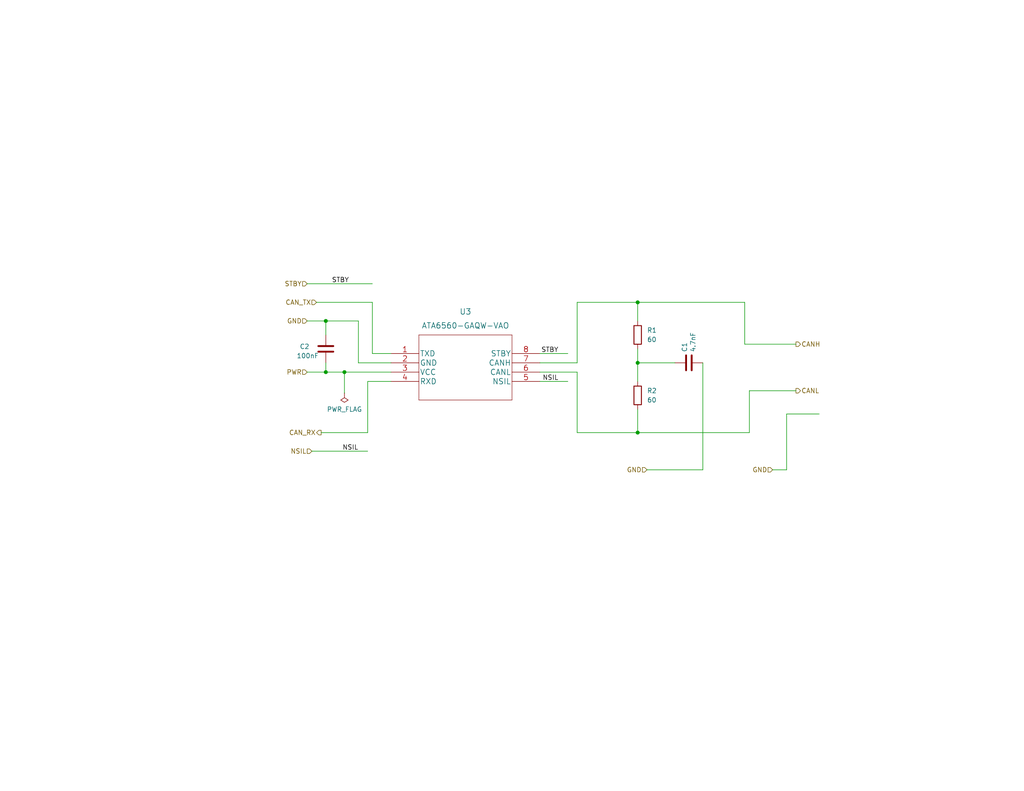
<source format=kicad_sch>
(kicad_sch (version 20211123) (generator eeschema)

  (uuid cf4d3275-d4a3-4f0b-b80f-271e7d43b491)

  (paper "A")

  (title_block
    (title "CAN_Transceiver")
    (date "2022-01-27")
  )

  (lib_symbols
    (symbol "2022-01-28_19-14-47:ATA6560-GAQW-VAO" (pin_names (offset 0.254)) (in_bom yes) (on_board yes)
      (property "Reference" "U" (id 0) (at 20.32 10.16 0)
        (effects (font (size 1.524 1.524)))
      )
      (property "Value" "ATA6560-GAQW-VAO" (id 1) (at 20.32 7.62 0)
        (effects (font (size 1.524 1.524)))
      )
      (property "Footprint" "SOIC8_OA_MCH" (id 2) (at 20.32 6.096 0)
        (effects (font (size 1.524 1.524)) hide)
      )
      (property "Datasheet" "" (id 3) (at 0 0 0)
        (effects (font (size 1.524 1.524)))
      )
      (property "ki_locked" "" (id 4) (at 0 0 0)
        (effects (font (size 1.27 1.27)))
      )
      (property "ki_fp_filters" "SOIC8_OA_MCH SOIC8_OA_MCH-M SOIC8_OA_MCH-L" (id 5) (at 0 0 0)
        (effects (font (size 1.27 1.27)) hide)
      )
      (symbol "ATA6560-GAQW-VAO_1_1"
        (polyline
          (pts
            (xy 7.62 -12.7)
            (xy 33.02 -12.7)
          )
          (stroke (width 0.127) (type default) (color 0 0 0 0))
          (fill (type none))
        )
        (polyline
          (pts
            (xy 7.62 5.08)
            (xy 7.62 -12.7)
          )
          (stroke (width 0.127) (type default) (color 0 0 0 0))
          (fill (type none))
        )
        (polyline
          (pts
            (xy 33.02 -12.7)
            (xy 33.02 5.08)
          )
          (stroke (width 0.127) (type default) (color 0 0 0 0))
          (fill (type none))
        )
        (polyline
          (pts
            (xy 33.02 5.08)
            (xy 7.62 5.08)
          )
          (stroke (width 0.127) (type default) (color 0 0 0 0))
          (fill (type none))
        )
        (pin input line (at 0 0 0) (length 7.62)
          (name "TXD" (effects (font (size 1.4986 1.4986))))
          (number "1" (effects (font (size 1.4986 1.4986))))
        )
        (pin power_in line (at 0 -2.54 0) (length 7.62)
          (name "GND" (effects (font (size 1.4986 1.4986))))
          (number "2" (effects (font (size 1.4986 1.4986))))
        )
        (pin power_in line (at 0 -5.08 0) (length 7.62)
          (name "VCC" (effects (font (size 1.4986 1.4986))))
          (number "3" (effects (font (size 1.4986 1.4986))))
        )
        (pin output line (at 0 -7.62 0) (length 7.62)
          (name "RXD" (effects (font (size 1.4986 1.4986))))
          (number "4" (effects (font (size 1.4986 1.4986))))
        )
        (pin input line (at 40.64 -7.62 180) (length 7.62)
          (name "NSIL" (effects (font (size 1.4986 1.4986))))
          (number "5" (effects (font (size 1.4986 1.4986))))
        )
        (pin bidirectional line (at 40.64 -5.08 180) (length 7.62)
          (name "CANL" (effects (font (size 1.4986 1.4986))))
          (number "6" (effects (font (size 1.4986 1.4986))))
        )
        (pin bidirectional line (at 40.64 -2.54 180) (length 7.62)
          (name "CANH" (effects (font (size 1.4986 1.4986))))
          (number "7" (effects (font (size 1.4986 1.4986))))
        )
        (pin input line (at 40.64 0 180) (length 7.62)
          (name "STBY" (effects (font (size 1.4986 1.4986))))
          (number "8" (effects (font (size 1.4986 1.4986))))
        )
      )
    )
    (symbol "Device:C" (pin_numbers hide) (pin_names (offset 0.254)) (in_bom yes) (on_board yes)
      (property "Reference" "C" (id 0) (at 0.635 2.54 0)
        (effects (font (size 1.27 1.27)) (justify left))
      )
      (property "Value" "C" (id 1) (at 0.635 -2.54 0)
        (effects (font (size 1.27 1.27)) (justify left))
      )
      (property "Footprint" "" (id 2) (at 0.9652 -3.81 0)
        (effects (font (size 1.27 1.27)) hide)
      )
      (property "Datasheet" "~" (id 3) (at 0 0 0)
        (effects (font (size 1.27 1.27)) hide)
      )
      (property "ki_keywords" "cap capacitor" (id 4) (at 0 0 0)
        (effects (font (size 1.27 1.27)) hide)
      )
      (property "ki_description" "Unpolarized capacitor" (id 5) (at 0 0 0)
        (effects (font (size 1.27 1.27)) hide)
      )
      (property "ki_fp_filters" "C_*" (id 6) (at 0 0 0)
        (effects (font (size 1.27 1.27)) hide)
      )
      (symbol "C_0_1"
        (polyline
          (pts
            (xy -2.032 -0.762)
            (xy 2.032 -0.762)
          )
          (stroke (width 0.508) (type default) (color 0 0 0 0))
          (fill (type none))
        )
        (polyline
          (pts
            (xy -2.032 0.762)
            (xy 2.032 0.762)
          )
          (stroke (width 0.508) (type default) (color 0 0 0 0))
          (fill (type none))
        )
      )
      (symbol "C_1_1"
        (pin passive line (at 0 3.81 270) (length 2.794)
          (name "~" (effects (font (size 1.27 1.27))))
          (number "1" (effects (font (size 1.27 1.27))))
        )
        (pin passive line (at 0 -3.81 90) (length 2.794)
          (name "~" (effects (font (size 1.27 1.27))))
          (number "2" (effects (font (size 1.27 1.27))))
        )
      )
    )
    (symbol "Device:R" (pin_numbers hide) (pin_names (offset 0)) (in_bom yes) (on_board yes)
      (property "Reference" "R" (id 0) (at 2.032 0 90)
        (effects (font (size 1.27 1.27)))
      )
      (property "Value" "R" (id 1) (at 0 0 90)
        (effects (font (size 1.27 1.27)))
      )
      (property "Footprint" "" (id 2) (at -1.778 0 90)
        (effects (font (size 1.27 1.27)) hide)
      )
      (property "Datasheet" "~" (id 3) (at 0 0 0)
        (effects (font (size 1.27 1.27)) hide)
      )
      (property "ki_keywords" "R res resistor" (id 4) (at 0 0 0)
        (effects (font (size 1.27 1.27)) hide)
      )
      (property "ki_description" "Resistor" (id 5) (at 0 0 0)
        (effects (font (size 1.27 1.27)) hide)
      )
      (property "ki_fp_filters" "R_*" (id 6) (at 0 0 0)
        (effects (font (size 1.27 1.27)) hide)
      )
      (symbol "R_0_1"
        (rectangle (start -1.016 -2.54) (end 1.016 2.54)
          (stroke (width 0.254) (type default) (color 0 0 0 0))
          (fill (type none))
        )
      )
      (symbol "R_1_1"
        (pin passive line (at 0 3.81 270) (length 1.27)
          (name "~" (effects (font (size 1.27 1.27))))
          (number "1" (effects (font (size 1.27 1.27))))
        )
        (pin passive line (at 0 -3.81 90) (length 1.27)
          (name "~" (effects (font (size 1.27 1.27))))
          (number "2" (effects (font (size 1.27 1.27))))
        )
      )
    )
    (symbol "power:PWR_FLAG" (power) (pin_numbers hide) (pin_names (offset 0) hide) (in_bom yes) (on_board yes)
      (property "Reference" "#FLG" (id 0) (at 0 1.905 0)
        (effects (font (size 1.27 1.27)) hide)
      )
      (property "Value" "PWR_FLAG" (id 1) (at 0 3.81 0)
        (effects (font (size 1.27 1.27)))
      )
      (property "Footprint" "" (id 2) (at 0 0 0)
        (effects (font (size 1.27 1.27)) hide)
      )
      (property "Datasheet" "~" (id 3) (at 0 0 0)
        (effects (font (size 1.27 1.27)) hide)
      )
      (property "ki_keywords" "power-flag" (id 4) (at 0 0 0)
        (effects (font (size 1.27 1.27)) hide)
      )
      (property "ki_description" "Special symbol for telling ERC where power comes from" (id 5) (at 0 0 0)
        (effects (font (size 1.27 1.27)) hide)
      )
      (symbol "PWR_FLAG_0_0"
        (pin power_out line (at 0 0 90) (length 0)
          (name "pwr" (effects (font (size 1.27 1.27))))
          (number "1" (effects (font (size 1.27 1.27))))
        )
      )
      (symbol "PWR_FLAG_0_1"
        (polyline
          (pts
            (xy 0 0)
            (xy 0 1.27)
            (xy -1.016 1.905)
            (xy 0 2.54)
            (xy 1.016 1.905)
            (xy 0 1.27)
          )
          (stroke (width 0) (type default) (color 0 0 0 0))
          (fill (type none))
        )
      )
    )
  )

  (junction (at 173.99 118.11) (diameter 0) (color 0 0 0 0)
    (uuid 2bb75807-4f7d-41e3-9103-7a03c8632794)
  )
  (junction (at 88.9 87.63) (diameter 0) (color 0 0 0 0)
    (uuid 4982d9b4-06bd-42dd-a2d6-fc6c4bfdbc56)
  )
  (junction (at 88.9 101.6) (diameter 0) (color 0 0 0 0)
    (uuid 8464545d-bb00-4040-a77d-d8125632fb93)
  )
  (junction (at 93.98 101.6) (diameter 0) (color 0 0 0 0)
    (uuid b9a606c5-1f4e-4a30-8d50-beb6ced4f22b)
  )
  (junction (at 173.99 99.06) (diameter 0) (color 0 0 0 0)
    (uuid ce19bf8e-8637-4bee-852a-6763ce6ed77a)
  )
  (junction (at 173.99 82.55) (diameter 0) (color 0 0 0 0)
    (uuid f688596d-59a9-45c4-827a-e79ecd07d58d)
  )

  (wire (pts (xy 157.48 101.6) (xy 147.32 101.6))
    (stroke (width 0) (type default) (color 0 0 0 0))
    (uuid 02b46b5d-c3dd-45e4-9005-8895866c81f0)
  )
  (wire (pts (xy 204.47 106.68) (xy 204.47 118.11))
    (stroke (width 0) (type default) (color 0 0 0 0))
    (uuid 057c4fc9-f6ea-4604-9eac-d8ed9902060f)
  )
  (wire (pts (xy 83.82 77.47) (xy 101.6 77.47))
    (stroke (width 0) (type default) (color 0 0 0 0))
    (uuid 0b1c68b1-61bb-4126-83d2-951d1ca6d667)
  )
  (wire (pts (xy 173.99 111.76) (xy 173.99 118.11))
    (stroke (width 0) (type default) (color 0 0 0 0))
    (uuid 107c029f-f734-4ad3-8425-9dff1fcde2c1)
  )
  (wire (pts (xy 217.17 106.68) (xy 204.47 106.68))
    (stroke (width 0) (type default) (color 0 0 0 0))
    (uuid 25255ba4-83c2-4524-966b-b1c9bc6d1a63)
  )
  (wire (pts (xy 85.09 123.19) (xy 100.33 123.19))
    (stroke (width 0) (type default) (color 0 0 0 0))
    (uuid 267d4fd6-cf22-44b7-b551-8165c8ddb436)
  )
  (wire (pts (xy 93.98 101.6) (xy 93.98 107.315))
    (stroke (width 0) (type default) (color 0 0 0 0))
    (uuid 287210b3-2726-48a8-91e3-a8228e8b35a1)
  )
  (wire (pts (xy 173.99 99.06) (xy 173.99 104.14))
    (stroke (width 0) (type default) (color 0 0 0 0))
    (uuid 293a5a24-81ed-4278-a79c-44cbba9ff2c2)
  )
  (wire (pts (xy 93.98 101.6) (xy 106.68 101.6))
    (stroke (width 0) (type default) (color 0 0 0 0))
    (uuid 309eb580-95fa-4545-9b17-2479a319454a)
  )
  (wire (pts (xy 173.99 82.55) (xy 173.99 87.63))
    (stroke (width 0) (type default) (color 0 0 0 0))
    (uuid 3ad47413-c282-4f7c-97c5-fb9ef2a55cd8)
  )
  (wire (pts (xy 87.63 118.11) (xy 100.33 118.11))
    (stroke (width 0) (type default) (color 0 0 0 0))
    (uuid 4abcbb21-9239-49bf-8d0d-57d842aba2b4)
  )
  (wire (pts (xy 100.33 104.14) (xy 106.68 104.14))
    (stroke (width 0) (type default) (color 0 0 0 0))
    (uuid 5266866d-60c0-4afe-964c-d7498256ac40)
  )
  (wire (pts (xy 147.32 104.14) (xy 154.94 104.14))
    (stroke (width 0) (type default) (color 0 0 0 0))
    (uuid 56932a40-b345-46e9-a305-3d9ab85ce26a)
  )
  (wire (pts (xy 83.82 101.6) (xy 88.9 101.6))
    (stroke (width 0) (type default) (color 0 0 0 0))
    (uuid 56b8cbca-6077-4e6e-9242-77a28a8b4574)
  )
  (wire (pts (xy 173.99 95.25) (xy 173.99 99.06))
    (stroke (width 0) (type default) (color 0 0 0 0))
    (uuid 589f166b-8dd9-465b-817a-c9d8ac036e00)
  )
  (wire (pts (xy 83.82 87.63) (xy 88.9 87.63))
    (stroke (width 0) (type default) (color 0 0 0 0))
    (uuid 69ff293c-c3d6-41b2-92ae-be0da11dc4dc)
  )
  (wire (pts (xy 173.99 118.11) (xy 157.48 118.11))
    (stroke (width 0) (type default) (color 0 0 0 0))
    (uuid 6a00d1ca-db70-4651-90ad-4743dc8e2319)
  )
  (wire (pts (xy 157.48 82.55) (xy 157.48 99.06))
    (stroke (width 0) (type default) (color 0 0 0 0))
    (uuid 6b3da529-10bd-48a7-ab1d-fce28296fb4e)
  )
  (wire (pts (xy 157.48 118.11) (xy 157.48 101.6))
    (stroke (width 0) (type default) (color 0 0 0 0))
    (uuid 6f8cadca-593d-4c0e-b6b2-bde280216cff)
  )
  (wire (pts (xy 88.9 101.6) (xy 93.98 101.6))
    (stroke (width 0) (type default) (color 0 0 0 0))
    (uuid 7726ec42-adbb-48c8-a083-5051928ef2a7)
  )
  (wire (pts (xy 88.9 87.63) (xy 97.79 87.63))
    (stroke (width 0) (type default) (color 0 0 0 0))
    (uuid 7f03ecfa-39e8-4cca-a754-414c5e755456)
  )
  (wire (pts (xy 191.77 128.27) (xy 191.77 99.06))
    (stroke (width 0) (type default) (color 0 0 0 0))
    (uuid 81a5fc5a-1170-4bea-80c6-6c627fe98697)
  )
  (wire (pts (xy 203.2 82.55) (xy 173.99 82.55))
    (stroke (width 0) (type default) (color 0 0 0 0))
    (uuid 982e61b0-fc49-4ab6-9005-dc532496153d)
  )
  (wire (pts (xy 97.79 87.63) (xy 97.79 99.06))
    (stroke (width 0) (type default) (color 0 0 0 0))
    (uuid 99f1c726-b037-4a0a-8243-709cd5c1e861)
  )
  (wire (pts (xy 88.9 99.06) (xy 88.9 101.6))
    (stroke (width 0) (type default) (color 0 0 0 0))
    (uuid 9ad822f1-eec3-4e4c-bf92-ced1c173a9db)
  )
  (wire (pts (xy 173.99 82.55) (xy 157.48 82.55))
    (stroke (width 0) (type default) (color 0 0 0 0))
    (uuid a15ebb3e-4800-4cf9-ac67-5015bb32fab2)
  )
  (wire (pts (xy 147.32 96.52) (xy 154.94 96.52))
    (stroke (width 0) (type default) (color 0 0 0 0))
    (uuid aaaf4d40-e80b-4d2f-b966-88b6332d6ab5)
  )
  (wire (pts (xy 217.17 93.98) (xy 203.2 93.98))
    (stroke (width 0) (type default) (color 0 0 0 0))
    (uuid ac02737b-f640-4f0c-991d-78d79c5b47cc)
  )
  (wire (pts (xy 101.6 82.55) (xy 101.6 96.52))
    (stroke (width 0) (type default) (color 0 0 0 0))
    (uuid b0e20995-631e-4f35-ab76-77ad43c9d1bb)
  )
  (wire (pts (xy 210.82 128.27) (xy 214.63 128.27))
    (stroke (width 0) (type default) (color 0 0 0 0))
    (uuid b909087e-e907-4e99-9f2d-fa7cc16bff6b)
  )
  (wire (pts (xy 204.47 118.11) (xy 173.99 118.11))
    (stroke (width 0) (type default) (color 0 0 0 0))
    (uuid bf9e00ab-712e-4f8e-a456-43bed9a93d34)
  )
  (wire (pts (xy 97.79 99.06) (xy 106.68 99.06))
    (stroke (width 0) (type default) (color 0 0 0 0))
    (uuid c4c558b9-6ecd-47f0-af84-6642c6e58934)
  )
  (wire (pts (xy 157.48 99.06) (xy 147.32 99.06))
    (stroke (width 0) (type default) (color 0 0 0 0))
    (uuid c87be291-5d70-43d8-af1c-fe9354264b35)
  )
  (wire (pts (xy 176.53 128.27) (xy 191.77 128.27))
    (stroke (width 0) (type default) (color 0 0 0 0))
    (uuid d1ee8523-334b-4abf-86de-c2d42ab0945d)
  )
  (wire (pts (xy 101.6 96.52) (xy 106.68 96.52))
    (stroke (width 0) (type default) (color 0 0 0 0))
    (uuid d33c46dd-97f7-49bf-95b7-9507785c8165)
  )
  (wire (pts (xy 86.36 82.55) (xy 101.6 82.55))
    (stroke (width 0) (type default) (color 0 0 0 0))
    (uuid d379d137-ad9f-46d7-a2cf-b42620888353)
  )
  (wire (pts (xy 203.2 93.98) (xy 203.2 82.55))
    (stroke (width 0) (type default) (color 0 0 0 0))
    (uuid d8a21156-2baf-4680-b015-67f7508dea1a)
  )
  (wire (pts (xy 173.99 99.06) (xy 184.15 99.06))
    (stroke (width 0) (type default) (color 0 0 0 0))
    (uuid dbd04300-9eba-4ddb-b059-7b4a658c9487)
  )
  (wire (pts (xy 100.33 118.11) (xy 100.33 104.14))
    (stroke (width 0) (type default) (color 0 0 0 0))
    (uuid ea47f511-df15-4efb-8e86-fb940d71f96e)
  )
  (wire (pts (xy 88.9 87.63) (xy 88.9 91.44))
    (stroke (width 0) (type default) (color 0 0 0 0))
    (uuid f39b72d3-2611-4196-b789-c28f43e501ff)
  )
  (wire (pts (xy 214.63 128.27) (xy 214.63 113.03))
    (stroke (width 0) (type default) (color 0 0 0 0))
    (uuid f44b8b10-6788-445e-8c02-01cabfaec13a)
  )
  (wire (pts (xy 214.63 113.03) (xy 223.52 113.03))
    (stroke (width 0) (type default) (color 0 0 0 0))
    (uuid fb03c7bf-326e-4cca-8497-ffad52737764)
  )

  (label "NSIL" (at 97.79 123.19 180)
    (effects (font (size 1.27 1.27)) (justify right bottom))
    (uuid 4fad3356-b6a2-4788-8815-26a4deb11125)
  )
  (label "NSIL" (at 152.4 104.14 180)
    (effects (font (size 1.27 1.27)) (justify right bottom))
    (uuid 7d87e914-a394-4b53-b35a-852d50a20ccd)
  )
  (label "STBY" (at 95.25 77.47 180)
    (effects (font (size 1.27 1.27)) (justify right bottom))
    (uuid b782cb2c-934a-46dc-93ea-68812f9804ad)
  )
  (label "STBY" (at 152.4 96.52 180)
    (effects (font (size 1.27 1.27)) (justify right bottom))
    (uuid f0d9944e-7770-49ac-b55f-ceb84311f817)
  )

  (hierarchical_label "CANH" (shape output) (at 217.17 93.98 0)
    (effects (font (size 1.27 1.27)) (justify left))
    (uuid 007b9e9b-93f5-4b98-be3a-40ea4a78a04d)
  )
  (hierarchical_label "CAN_RX" (shape output) (at 87.63 118.11 180)
    (effects (font (size 1.27 1.27)) (justify right))
    (uuid 11e41834-5da2-4b54-880e-3eff1b27ecf2)
  )
  (hierarchical_label "GND" (shape input) (at 210.82 128.27 180)
    (effects (font (size 1.27 1.27)) (justify right))
    (uuid 1343725e-9684-4f2f-a5e1-c30ef0b6ffdb)
  )
  (hierarchical_label "GND" (shape input) (at 176.53 128.27 180)
    (effects (font (size 1.27 1.27)) (justify right))
    (uuid 33316660-7521-44fd-adc4-f35c2302c5c9)
  )
  (hierarchical_label "CAN_TX" (shape input) (at 86.36 82.55 180)
    (effects (font (size 1.27 1.27)) (justify right))
    (uuid 54d92c42-b841-4026-b4bd-1a76c4565b13)
  )
  (hierarchical_label "CANL" (shape output) (at 217.17 106.68 0)
    (effects (font (size 1.27 1.27)) (justify left))
    (uuid 64202ec7-5d25-4c5e-89b6-af3926febbeb)
  )
  (hierarchical_label "STBY" (shape input) (at 83.82 77.47 180)
    (effects (font (size 1.27 1.27)) (justify right))
    (uuid 6fae8741-02da-4b4c-95c2-018de8cbae88)
  )
  (hierarchical_label "PWR" (shape input) (at 83.82 101.6 180)
    (effects (font (size 1.27 1.27)) (justify right))
    (uuid 85c6c39a-1e35-47bd-9b17-f1e0e42b7278)
  )
  (hierarchical_label "NSIL" (shape input) (at 85.09 123.19 180)
    (effects (font (size 1.27 1.27)) (justify right))
    (uuid 8c37ab67-8f4e-44d2-a824-5b65a9275325)
  )
  (hierarchical_label "GND" (shape input) (at 83.82 87.63 180)
    (effects (font (size 1.27 1.27)) (justify right))
    (uuid a3ad2d6f-6e3a-4d23-9573-98875170d918)
  )

  (symbol (lib_id "power:PWR_FLAG") (at 93.98 107.315 180) (unit 1)
    (in_bom yes) (on_board yes) (fields_autoplaced)
    (uuid 05e513b2-34e0-4755-897f-147e9c6af8d4)
    (property "Reference" "#FLG0103" (id 0) (at 93.98 109.22 0)
      (effects (font (size 1.27 1.27)) hide)
    )
    (property "Value" "PWR_FLAG" (id 1) (at 93.98 111.76 0))
    (property "Footprint" "" (id 2) (at 93.98 107.315 0)
      (effects (font (size 1.27 1.27)) hide)
    )
    (property "Datasheet" "~" (id 3) (at 93.98 107.315 0)
      (effects (font (size 1.27 1.27)) hide)
    )
    (pin "1" (uuid 3771d436-d487-49e5-83b7-fcd97c1f5d27))
  )

  (symbol (lib_id "Device:R") (at 173.99 107.95 0) (unit 1)
    (in_bom yes) (on_board yes)
    (uuid 141345ab-0b46-4e4d-a4c4-e08621e78e33)
    (property "Reference" "R2" (id 0) (at 176.53 106.6799 0)
      (effects (font (size 1.27 1.27)) (justify left))
    )
    (property "Value" "60" (id 1) (at 176.53 109.2199 0)
      (effects (font (size 1.27 1.27)) (justify left))
    )
    (property "Footprint" "Resistor_SMD:R_0603_1608Metric_Pad0.98x0.95mm_HandSolder" (id 2) (at 172.212 107.95 90)
      (effects (font (size 1.27 1.27)) hide)
    )
    (property "Datasheet" "~" (id 3) (at 173.99 107.95 0)
      (effects (font (size 1.27 1.27)) hide)
    )
    (pin "1" (uuid 472c0e8c-8f04-42d6-93dd-62fea4e0e1df))
    (pin "2" (uuid 1851d5fe-f99a-44af-82d3-ad2ec418ac51))
  )

  (symbol (lib_id "Device:C") (at 88.9 95.25 180) (unit 1)
    (in_bom yes) (on_board yes)
    (uuid 494b6fb0-fd52-46b6-b3cf-bcccfdbdd996)
    (property "Reference" "C2" (id 0) (at 84.455 94.615 0)
      (effects (font (size 1.27 1.27)) (justify left))
    )
    (property "Value" "100nF" (id 1) (at 86.995 97.155 0)
      (effects (font (size 1.27 1.27)) (justify left))
    )
    (property "Footprint" "Capacitor_SMD:C_0603_1608Metric_Pad1.08x0.95mm_HandSolder" (id 2) (at 87.9348 91.44 0)
      (effects (font (size 1.27 1.27)) hide)
    )
    (property "Datasheet" "~" (id 3) (at 88.9 95.25 0)
      (effects (font (size 1.27 1.27)) hide)
    )
    (property "Voltage" "25V" (id 4) (at 88.9 95.25 0)
      (effects (font (size 1.27 1.27)) hide)
    )
    (property "Mfr. #" "CL10B104KA8NNNC" (id 5) (at 88.9 95.25 0)
      (effects (font (size 1.27 1.27)) hide)
    )
    (property "Order" "https://www.digikey.com/product-detail/en/samsung-electro-mechanics/CL10B104KA8NNNC/1276-1006-1-ND/3889092" (id 6) (at 88.9 95.25 0)
      (effects (font (size 1.27 1.27)) hide)
    )
    (pin "1" (uuid cb503fbc-986e-4e69-adc3-4075f6caa0d1))
    (pin "2" (uuid f6b1a52a-eff3-4079-ad44-63a8c4557f96))
  )

  (symbol (lib_id "Device:C") (at 187.96 99.06 90) (unit 1)
    (in_bom yes) (on_board yes)
    (uuid 6ae01795-5ad6-47dc-b699-07dfe82cc4e1)
    (property "Reference" "C1" (id 0) (at 186.7916 96.139 0)
      (effects (font (size 1.27 1.27)) (justify left))
    )
    (property "Value" "4.7nF" (id 1) (at 189.103 96.139 0)
      (effects (font (size 1.27 1.27)) (justify left))
    )
    (property "Footprint" "Capacitor_SMD:C_0603_1608Metric_Pad1.08x0.95mm_HandSolder" (id 2) (at 191.77 98.0948 0)
      (effects (font (size 1.27 1.27)) hide)
    )
    (property "Datasheet" "~" (id 3) (at 187.96 99.06 0)
      (effects (font (size 1.27 1.27)) hide)
    )
    (property "Voltage" "25V" (id 4) (at 187.96 99.06 0)
      (effects (font (size 1.27 1.27)) hide)
    )
    (property "Mfr. #" "CL10B104KA8NNNC" (id 5) (at 187.96 99.06 0)
      (effects (font (size 1.27 1.27)) hide)
    )
    (property "Order" "https://www.digikey.com/product-detail/en/samsung-electro-mechanics/CL10B104KA8NNNC/1276-1006-1-ND/3889092" (id 6) (at 187.96 99.06 0)
      (effects (font (size 1.27 1.27)) hide)
    )
    (pin "1" (uuid 57b07866-8a98-40cf-919f-65834def1458))
    (pin "2" (uuid 8cdd9825-bebd-4b45-86cb-75a0c0b070ec))
  )

  (symbol (lib_id "Device:R") (at 173.99 91.44 0) (unit 1)
    (in_bom yes) (on_board yes) (fields_autoplaced)
    (uuid ea23153b-10aa-4465-aa44-03d051d179d3)
    (property "Reference" "R1" (id 0) (at 176.53 90.1699 0)
      (effects (font (size 1.27 1.27)) (justify left))
    )
    (property "Value" "60" (id 1) (at 176.53 92.7099 0)
      (effects (font (size 1.27 1.27)) (justify left))
    )
    (property "Footprint" "Resistor_SMD:R_0603_1608Metric_Pad0.98x0.95mm_HandSolder" (id 2) (at 172.212 91.44 90)
      (effects (font (size 1.27 1.27)) hide)
    )
    (property "Datasheet" "~" (id 3) (at 173.99 91.44 0)
      (effects (font (size 1.27 1.27)) hide)
    )
    (pin "1" (uuid 3265e8a1-4a86-438a-8965-81788377fe38))
    (pin "2" (uuid c3b94b21-147d-4765-90b3-3ea5e00efd1e))
  )

  (symbol (lib_id "2022-01-28_19-14-47:ATA6560-GAQW-VAO") (at 106.68 96.52 0) (unit 1)
    (in_bom yes) (on_board yes) (fields_autoplaced)
    (uuid ee7f89b1-017a-4a74-a6b7-58e6b5d8a56d)
    (property "Reference" "U3" (id 0) (at 127 85.09 0)
      (effects (font (size 1.524 1.524)))
    )
    (property "Value" "ATA6560-GAQW-VAO" (id 1) (at 127 88.9 0)
      (effects (font (size 1.524 1.524)))
    )
    (property "Footprint" "CAN_footprint:ATA6560-GAQW-VAO" (id 2) (at 127 90.424 0)
      (effects (font (size 1.524 1.524)) hide)
    )
    (property "Datasheet" "" (id 3) (at 106.68 96.52 0)
      (effects (font (size 1.524 1.524)))
    )
    (pin "1" (uuid 4739db41-8504-464b-bb23-708741987cdc))
    (pin "2" (uuid 55fe4302-4fe4-4aa1-a8ff-bab054efa46b))
    (pin "3" (uuid c15b673a-e09c-4484-824b-59b5a6e83b1d))
    (pin "4" (uuid 063ac5d3-3de5-4354-ba38-82fc15395b48))
    (pin "5" (uuid 01a3c232-80f6-4790-aa1d-df70dac16be8))
    (pin "6" (uuid 1a4af53f-82cd-4374-86ca-e3900a91dfb9))
    (pin "7" (uuid efad8702-974a-4576-b3f2-d6fdf8223fb8))
    (pin "8" (uuid 54ffee36-bf57-46bd-b59c-3b895c2d1722))
  )
)

</source>
